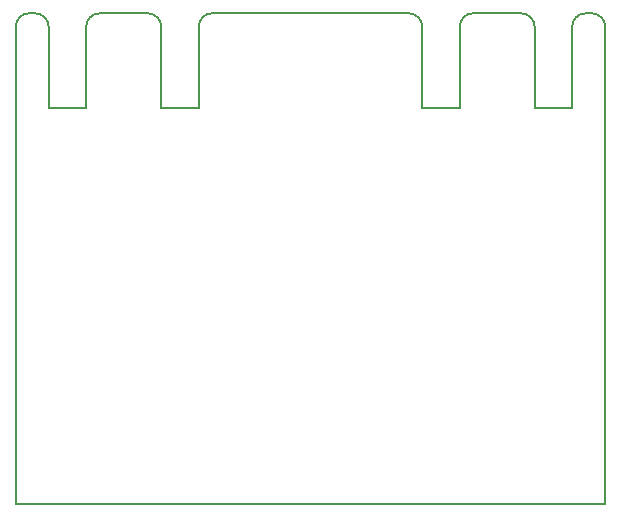
<source format=gm1>
G04 #@! TF.FileFunction,Profile,NP*
%FSLAX46Y46*%
G04 Gerber Fmt 4.6, Leading zero omitted, Abs format (unit mm)*
G04 Created by KiCad (PCBNEW 4.0.7) date 06/29/18 15:16:31*
%MOMM*%
%LPD*%
G01*
G04 APERTURE LIST*
%ADD10C,0.100000*%
%ADD11C,0.150000*%
G04 APERTURE END LIST*
D10*
D11*
X126365000Y-73152000D02*
G75*
G03X125222000Y-72009000I-1143000J0D01*
G01*
X120396000Y-73152000D02*
G75*
G03X119253000Y-72009000I-1143000J0D01*
G01*
X110871000Y-73152000D02*
G75*
G03X109728000Y-72009000I-1143000J0D01*
G01*
X88773000Y-73152000D02*
G75*
G03X87630000Y-72009000I-1143000J0D01*
G01*
X77597000Y-72009000D02*
G75*
G03X76454000Y-73152000I0J-1143000D01*
G01*
X83566000Y-72009000D02*
G75*
G03X82423000Y-73152000I0J-1143000D01*
G01*
X93091000Y-72009000D02*
G75*
G03X91948000Y-73152000I0J-1143000D01*
G01*
X115189000Y-72009000D02*
G75*
G03X114046000Y-73152000I0J-1143000D01*
G01*
X124714000Y-72009000D02*
G75*
G03X123571000Y-73152000I0J-1143000D01*
G01*
X79248000Y-73152000D02*
X79248000Y-80010000D01*
X79248000Y-73152000D02*
G75*
G03X78105000Y-72009000I-1143000J0D01*
G01*
X124714000Y-72009000D02*
X125222000Y-72009000D01*
X123571000Y-80010000D02*
X123571000Y-73152000D01*
X120396000Y-80010000D02*
X123571000Y-80010000D01*
X120396000Y-73152000D02*
X120396000Y-80010000D01*
X115189000Y-72009000D02*
X119253000Y-72009000D01*
X114046000Y-80010000D02*
X114046000Y-73152000D01*
X110871000Y-80010000D02*
X114046000Y-80010000D01*
X110871000Y-73152000D02*
X110871000Y-80010000D01*
X93091000Y-72009000D02*
X109728000Y-72009000D01*
X83566000Y-72009000D02*
X87630000Y-72009000D01*
X78105000Y-72009000D02*
X77597000Y-72009000D01*
X91948000Y-80010000D02*
X91948000Y-73152000D01*
X88773000Y-80010000D02*
X91948000Y-80010000D01*
X88773000Y-73152000D02*
X88773000Y-80010000D01*
X82423000Y-80010000D02*
X82423000Y-73152000D01*
X79248000Y-80010000D02*
X82423000Y-80010000D01*
X76454000Y-113538000D02*
X76454000Y-73152000D01*
X126365000Y-113538000D02*
X76454000Y-113538000D01*
X126365000Y-73152000D02*
X126365000Y-113538000D01*
M02*

</source>
